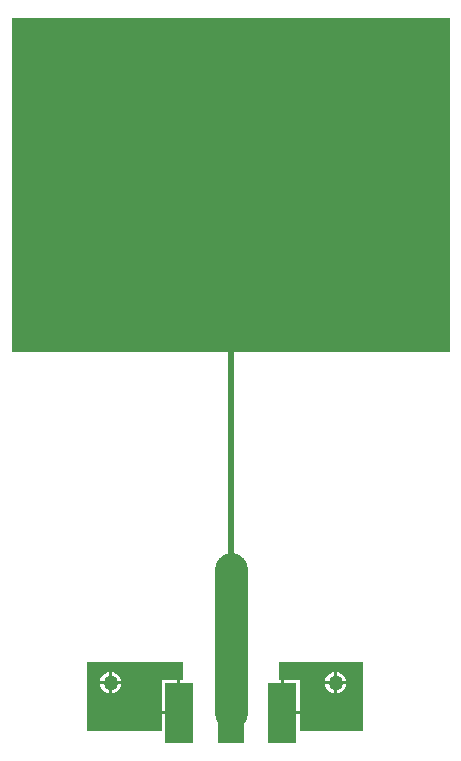
<source format=gtl>
%FSTAX23Y23*%
%MOIN*%
%SFA1B1*%

%IPPOS*%
%ADD12R,0.095000X0.200000*%
%ADD13R,0.090000X0.200000*%
%ADD14R,0.023620X0.679130*%
%ADD21C,0.110240*%
%ADD22R,1.464570X1.112200*%
%ADD23C,0.050000*%
%LNjlcpcb_patch_test_1-1*%
%LPD*%
G36*
X0142Y00239D02*
X01412D01*
Y00129*
X01407*
Y00124*
X0135*
Y0007*
X011*
Y003*
X0142*
Y00239*
G37*
G36*
X0202Y0007D02*
X0181D01*
Y00124*
X01752*
Y00129*
X01747*
Y00239*
X0174*
Y003*
X0202*
Y0007*
G37*
%LNjlcpcb_patch_test_1-2*%
%LPC*%
G36*
X01185Y00264D02*
Y00235D01*
X01214*
X01214Y00239*
X0121Y00247*
X01204Y00254*
X01197Y0026*
X01189Y00264*
X01185Y00264*
G37*
G36*
X01175D02*
X0117Y00264D01*
X01162Y0026*
X01155Y00254*
X01149Y00247*
X01145Y00239*
X01145Y00235*
X01175*
Y00264*
G37*
G36*
X01214Y00225D02*
X01185D01*
Y00195*
X01189Y00195*
X01197Y00199*
X01204Y00205*
X0121Y00212*
X01214Y0022*
X01214Y00225*
G37*
G36*
X01175D02*
X01145D01*
X01145Y0022*
X01149Y00212*
X01155Y00205*
X01162Y00199*
X0117Y00195*
X01175Y00195*
Y00225*
G37*
G36*
X01402Y00239D02*
X0135D01*
Y00134*
X01402*
Y00239*
G37*
G36*
X01935Y00264D02*
Y00235D01*
X01964*
X01964Y00239*
X0196Y00247*
X01954Y00254*
X01947Y0026*
X01939Y00264*
X01935Y00264*
G37*
G36*
X01925D02*
X0192Y00264D01*
X01912Y0026*
X01905Y00254*
X01899Y00247*
X01895Y00239*
X01895Y00235*
X01925*
Y00264*
G37*
G36*
X01964Y00225D02*
X01935D01*
Y00195*
X01939Y00195*
X01947Y00199*
X01954Y00205*
X0196Y00212*
X01964Y0022*
X01964Y00225*
G37*
G36*
X01925D02*
X01895D01*
X01895Y0022*
X01899Y00212*
X01905Y00205*
X01912Y00199*
X0192Y00195*
X01925Y00195*
Y00225*
G37*
G36*
X0181Y00239D02*
X01757D01*
Y00134*
X0181*
Y00239*
G37*
%LNjlcpcb_patch_test_1-3*%
%LPD*%
G36*
X01565Y01857D02*
D01*
G37*
G54D12*
X01407Y00129D03*
X01752D03*
G54D13*
X0158Y00129D03*
G54D14*
X0158Y00995D03*
G54D21*
X0158Y00129D02*
Y0061D01*
G54D22*
X0158Y0189D03*
G54D23*
X0193Y0023D03*
X0118D03*
M02*
</source>
